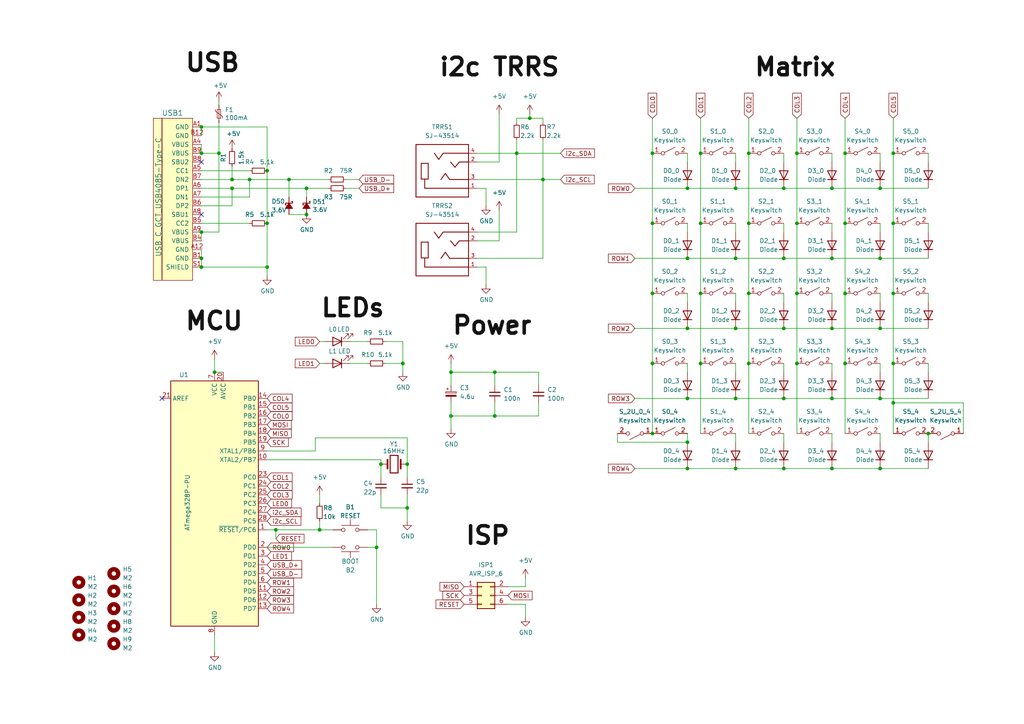
<source format=kicad_sch>
(kicad_sch (version 20250114) (generator "eeschema") (generator_version "9.0")
  (paper "A4")
  (junction (at 241.3 74.93))
  (junction (at 227.33 54.61))
  (junction (at 110.49 134.62))
  (junction (at 241.3 54.61))
  (junction (at 259.08 105.41))
  (junction (at 213.36 135.89))
  (junction (at 199.39 74.93))
  (junction (at 213.36 115.57))
  (junction (at 92.71 153.67))
  (junction (at 189.23 125.73))
  (junction (at 255.27 115.57))
  (junction (at 83.82 52.07))
  (junction (at 231.14 105.41))
  (junction (at 157.48 52.07))
  (junction (at 58.42 74.93))
  (junction (at 255.27 95.25))
  (junction (at 58.42 36.83))
  (junction (at 227.33 115.57))
  (junction (at 199.39 128.27))
  (junction (at 58.42 44.45))
  (junction (at 241.3 135.89))
  (junction (at 153.67 34.29))
  (junction (at 217.17 44.45))
  (junction (at 231.14 44.45))
  (junction (at 217.17 85.09))
  (junction (at 259.08 44.45))
  (junction (at 116.84 105.41))
  (junction (at 231.14 64.77))
  (junction (at 67.31 54.61))
  (junction (at 255.27 54.61))
  (junction (at 227.33 135.89))
  (junction (at 259.08 116.84))
  (junction (at 77.47 77.47))
  (junction (at 80.01 153.67))
  (junction (at 189.23 64.77))
  (junction (at 199.39 135.89))
  (junction (at 203.2 44.45))
  (junction (at 118.11 147.32))
  (junction (at 77.47 64.77))
  (junction (at 217.17 64.77))
  (junction (at 130.81 120.65))
  (junction (at 213.36 95.25))
  (junction (at 203.2 105.41))
  (junction (at 241.3 115.57))
  (junction (at 62.23 107.95))
  (junction (at 58.42 77.47))
  (junction (at 213.36 54.61))
  (junction (at 67.31 52.07))
  (junction (at 245.11 105.41))
  (junction (at 245.11 44.45))
  (junction (at 109.22 158.75))
  (junction (at 259.08 64.77))
  (junction (at 203.2 85.09))
  (junction (at 72.39 52.07))
  (junction (at 217.17 105.41))
  (junction (at 149.86 44.45))
  (junction (at 77.47 49.53))
  (junction (at 130.81 107.95))
  (junction (at 88.9 62.23))
  (junction (at 58.42 67.31))
  (junction (at 213.36 74.93))
  (junction (at 227.33 95.25))
  (junction (at 259.08 85.09))
  (junction (at 88.9 54.61))
  (junction (at 63.5 44.45))
  (junction (at 231.14 85.09))
  (junction (at 118.11 134.62))
  (junction (at 203.2 64.77))
  (junction (at 199.39 115.57))
  (junction (at 255.27 74.93))
  (junction (at 255.27 135.89))
  (junction (at 143.51 107.95))
  (junction (at 241.3 95.25))
  (junction (at 245.11 64.77))
  (junction (at 189.23 85.09))
  (junction (at 199.39 95.25))
  (junction (at 143.51 120.65))
  (junction (at 245.11 85.09))
  (junction (at 227.33 74.93))
  (junction (at 189.23 44.45))
  (junction (at 189.23 105.41))
  (junction (at 199.39 54.61))
  (junction (at 269.24 125.73))
  (no_connect (at 58.42 62.23))
  (no_connect (at 58.42 46.99))
  (no_connect (at 46.99 115.57))
  (wire (pts (xy 156.21 116.84) (xy 156.21 120.65)))
  (wire (pts (xy 77.47 36.83) (xy 77.47 49.53)))
  (wire (pts (xy 110.49 134.62) (xy 110.49 138.43)))
  (wire (pts (xy 72.39 52.07) (xy 83.82 52.07)))
  (wire (pts (xy 203.2 44.45) (xy 203.2 64.77)))
  (wire (pts (xy 189.23 64.77) (xy 189.23 85.09)))
  (wire (pts (xy 241.3 95.25) (xy 255.27 95.25)))
  (wire (pts (xy 92.71 105.41) (xy 93.98 105.41)))
  (wire (pts (xy 213.36 115.57) (xy 227.33 115.57)))
  (wire (pts (xy 92.71 151.13) (xy 92.71 153.67)))
  (wire (pts (xy 138.43 69.85) (xy 144.78 69.85)))
  (wire (pts (xy 130.81 120.65) (xy 143.51 120.65)))
  (wire (pts (xy 138.43 54.61) (xy 140.97 54.61)))
  (wire (pts (xy 106.68 158.75) (xy 109.22 158.75)))
  (wire (pts (xy 152.4 175.26) (xy 152.4 179.07)))
  (wire (pts (xy 118.11 147.32) (xy 118.11 151.13)))
  (wire (pts (xy 217.17 64.77) (xy 217.17 85.09)))
  (wire (pts (xy 227.33 115.57) (xy 241.3 115.57)))
  (wire (pts (xy 92.71 143.51) (xy 92.71 146.05)))
  (wire (pts (xy 227.33 85.09) (xy 227.33 87.63)))
  (wire (pts (xy 241.3 115.57) (xy 255.27 115.57)))
  (wire (pts (xy 259.08 85.09) (xy 259.08 105.41)))
  (wire (pts (xy 67.31 48.26) (xy 67.31 52.07)))
  (wire (pts (xy 101.6 105.41) (xy 106.68 105.41)))
  (wire (pts (xy 147.32 175.26) (xy 152.4 175.26)))
  (wire (pts (xy 100.33 54.61) (xy 104.14 54.61)))
  (wire (pts (xy 77.47 158.75) (xy 96.52 158.75)))
  (wire (pts (xy 184.15 54.61) (xy 199.39 54.61)))
  (wire (pts (xy 63.5 29.21) (xy 63.5 30.48)))
  (wire (pts (xy 255.27 85.09) (xy 255.27 87.63)))
  (wire (pts (xy 213.36 95.25) (xy 227.33 95.25)))
  (wire (pts (xy 58.42 39.37) (xy 58.42 36.83)))
  (wire (pts (xy 63.5 67.31) (xy 58.42 67.31)))
  (wire (pts (xy 184.15 135.89) (xy 199.39 135.89)))
  (wire (pts (xy 259.08 105.41) (xy 259.08 116.84)))
  (wire (pts (xy 67.31 54.61) (xy 67.31 59.69)))
  (wire (pts (xy 157.48 40.64) (xy 157.48 52.07)))
  (wire (pts (xy 77.47 64.77) (xy 77.47 77.47)))
  (wire (pts (xy 213.36 135.89) (xy 227.33 135.89)))
  (wire (pts (xy 109.22 158.75) (xy 109.22 175.26)))
  (wire (pts (xy 147.32 170.18) (xy 152.4 170.18)))
  (wire (pts (xy 111.76 99.06) (xy 116.84 99.06)))
  (wire (pts (xy 157.48 52.07) (xy 162.56 52.07)))
  (wire (pts (xy 241.3 64.77) (xy 241.3 67.31)))
  (wire (pts (xy 184.15 115.57) (xy 199.39 115.57)))
  (wire (pts (xy 217.17 105.41) (xy 217.17 125.73)))
  (wire (pts (xy 83.82 62.23) (xy 88.9 62.23)))
  (wire (pts (xy 245.11 64.77) (xy 245.11 85.09)))
  (wire (pts (xy 92.71 153.67) (xy 96.52 153.67)))
  (wire (pts (xy 143.51 116.84) (xy 143.51 120.65)))
  (wire (pts (xy 259.08 116.84) (xy 279.4 116.84)))
  (wire (pts (xy 157.48 34.29) (xy 157.48 35.56)))
  (wire (pts (xy 116.84 105.41) (xy 116.84 107.95)))
  (wire (pts (xy 58.42 69.85) (xy 58.42 67.31)))
  (wire (pts (xy 157.48 52.07) (xy 138.43 52.07)))
  (wire (pts (xy 63.5 44.45) (xy 63.5 67.31)))
  (wire (pts (xy 217.17 85.09) (xy 217.17 105.41)))
  (wire (pts (xy 231.14 64.77) (xy 231.14 85.09)))
  (wire (pts (xy 58.42 41.91) (xy 58.42 44.45)))
  (wire (pts (xy 100.33 52.07) (xy 104.14 52.07)))
  (wire (pts (xy 67.31 59.69) (xy 58.42 59.69)))
  (wire (pts (xy 241.3 85.09) (xy 241.3 87.63)))
  (wire (pts (xy 130.81 105.41) (xy 130.81 107.95)))
  (wire (pts (xy 213.36 64.77) (xy 213.36 67.31)))
  (wire (pts (xy 199.39 64.77) (xy 199.39 67.31)))
  (wire (pts (xy 162.56 44.45) (xy 149.86 44.45)))
  (wire (pts (xy 184.15 74.93) (xy 199.39 74.93)))
  (wire (pts (xy 83.82 52.07) (xy 95.25 52.07)))
  (wire (pts (xy 72.39 57.15) (xy 72.39 52.07)))
  (wire (pts (xy 149.86 40.64) (xy 149.86 44.45)))
  (wire (pts (xy 118.11 127) (xy 118.11 134.62)))
  (wire (pts (xy 227.33 64.77) (xy 227.33 67.31)))
  (wire (pts (xy 213.36 54.61) (xy 227.33 54.61)))
  (wire (pts (xy 80.01 153.67) (xy 92.71 153.67)))
  (wire (pts (xy 143.51 120.65) (xy 156.21 120.65)))
  (wire (pts (xy 227.33 135.89) (xy 241.3 135.89)))
  (wire (pts (xy 77.47 49.53) (xy 77.47 64.77)))
  (wire (pts (xy 153.67 34.29) (xy 153.67 33.02)))
  (wire (pts (xy 130.81 116.84) (xy 130.81 120.65)))
  (wire (pts (xy 213.36 105.41) (xy 213.36 107.95)))
  (wire (pts (xy 203.2 105.41) (xy 203.2 125.73)))
  (wire (pts (xy 62.23 107.95) (xy 64.77 107.95)))
  (wire (pts (xy 116.84 99.06) (xy 116.84 105.41)))
  (wire (pts (xy 199.39 85.09) (xy 199.39 87.63)))
  (wire (pts (xy 62.23 184.15) (xy 62.23 189.23)))
  (wire (pts (xy 255.27 64.77) (xy 255.27 67.31)))
  (wire (pts (xy 92.71 99.06) (xy 93.98 99.06)))
  (wire (pts (xy 140.97 54.61) (xy 140.97 59.69)))
  (wire (pts (xy 189.23 44.45) (xy 189.23 64.77)))
  (wire (pts (xy 138.43 67.31) (xy 149.86 67.31)))
  (wire (pts (xy 77.47 153.67) (xy 80.01 153.67)))
  (wire (pts (xy 269.24 44.45) (xy 269.24 46.99)))
  (wire (pts (xy 143.51 107.95) (xy 143.51 111.76)))
  (wire (pts (xy 157.48 74.93) (xy 157.48 52.07)))
  (wire (pts (xy 269.24 105.41) (xy 269.24 107.95)))
  (wire (pts (xy 189.23 34.29) (xy 189.23 44.45)))
  (wire (pts (xy 269.24 64.77) (xy 269.24 67.31)))
  (wire (pts (xy 199.39 105.41) (xy 199.39 107.95)))
  (wire (pts (xy 157.48 34.29) (xy 153.67 34.29)))
  (wire (pts (xy 106.68 153.67) (xy 109.22 153.67)))
  (wire (pts (xy 241.3 44.45) (xy 241.3 46.99)))
  (wire (pts (xy 231.14 44.45) (xy 231.14 64.77)))
  (wire (pts (xy 203.2 64.77) (xy 203.2 85.09)))
  (wire (pts (xy 179.07 128.27) (xy 199.39 128.27)))
  (wire (pts (xy 227.33 95.25) (xy 241.3 95.25)))
  (wire (pts (xy 118.11 127) (xy 91.44 127)))
  (wire (pts (xy 217.17 44.45) (xy 217.17 64.77)))
  (wire (pts (xy 101.6 99.06) (xy 106.68 99.06)))
  (wire (pts (xy 77.47 133.35) (xy 110.49 133.35)))
  (wire (pts (xy 63.5 35.56) (xy 63.5 44.45)))
  (wire (pts (xy 58.42 72.39) (xy 58.42 74.93)))
  (wire (pts (xy 58.42 44.45) (xy 63.5 44.45)))
  (wire (pts (xy 80.01 153.67) (xy 80.01 156.21)))
  (wire (pts (xy 255.27 135.89) (xy 269.24 135.89)))
  (wire (pts (xy 91.44 127) (xy 91.44 130.81)))
  (wire (pts (xy 149.86 34.29) (xy 149.86 35.56)))
  (wire (pts (xy 67.31 52.07) (xy 72.39 52.07)))
  (wire (pts (xy 72.39 64.77) (xy 58.42 64.77)))
  (wire (pts (xy 231.14 34.29) (xy 231.14 44.45)))
  (wire (pts (xy 245.11 34.29) (xy 245.11 44.45)))
  (wire (pts (xy 255.27 105.41) (xy 255.27 107.95)))
  (wire (pts (xy 213.36 125.73) (xy 213.36 128.27)))
  (wire (pts (xy 241.3 54.61) (xy 255.27 54.61)))
  (wire (pts (xy 227.33 74.93) (xy 241.3 74.93)))
  (wire (pts (xy 67.31 54.61) (xy 88.9 54.61)))
  (wire (pts (xy 189.23 105.41) (xy 189.23 125.73)))
  (wire (pts (xy 199.39 128.27) (xy 199.39 125.73)))
  (wire (pts (xy 152.4 170.18) (xy 152.4 167.64)))
  (wire (pts (xy 110.49 133.35) (xy 110.49 134.62)))
  (wire (pts (xy 58.42 52.07) (xy 67.31 52.07)))
  (wire (pts (xy 111.76 105.41) (xy 116.84 105.41)))
  (wire (pts (xy 255.27 44.45) (xy 255.27 46.99)))
  (wire (pts (xy 199.39 95.25) (xy 213.36 95.25)))
  (wire (pts (xy 199.39 44.45) (xy 199.39 46.99)))
  (wire (pts (xy 140.97 77.47) (xy 140.97 82.55)))
  (wire (pts (xy 203.2 34.29) (xy 203.2 44.45)))
  (wire (pts (xy 199.39 135.89) (xy 213.36 135.89)))
  (wire (pts (xy 255.27 95.25) (xy 269.24 95.25)))
  (wire (pts (xy 199.39 54.61) (xy 213.36 54.61)))
  (wire (pts (xy 255.27 115.57) (xy 269.24 115.57)))
  (wire (pts (xy 227.33 54.61) (xy 241.3 54.61)))
  (wire (pts (xy 58.42 36.83) (xy 77.47 36.83)))
  (wire (pts (xy 149.86 34.29) (xy 153.67 34.29)))
  (wire (pts (xy 199.39 74.93) (xy 213.36 74.93)))
  (wire (pts (xy 245.11 85.09) (xy 245.11 105.41)))
  (wire (pts (xy 138.43 74.93) (xy 157.48 74.93)))
  (wire (pts (xy 144.78 46.99) (xy 144.78 33.02)))
  (wire (pts (xy 241.3 74.93) (xy 255.27 74.93)))
  (wire (pts (xy 144.78 69.85) (xy 144.78 60.96)))
  (wire (pts (xy 245.11 44.45) (xy 245.11 64.77)))
  (wire (pts (xy 118.11 134.62) (xy 118.11 138.43)))
  (wire (pts (xy 58.42 77.47) (xy 77.47 77.47)))
  (wire (pts (xy 58.42 74.93) (xy 58.42 77.47)))
  (wire (pts (xy 138.43 77.47) (xy 140.97 77.47)))
  (wire (pts (xy 118.11 143.51) (xy 118.11 147.32)))
  (wire (pts (xy 255.27 125.73) (xy 255.27 128.27)))
  (wire (pts (xy 259.08 44.45) (xy 259.08 64.77)))
  (wire (pts (xy 110.49 143.51) (xy 110.49 147.32)))
  (wire (pts (xy 269.24 125.73) (xy 269.24 128.27)))
  (wire (pts (xy 130.81 107.95) (xy 130.81 111.76)))
  (wire (pts (xy 149.86 67.31) (xy 149.86 44.45)))
  (wire (pts (xy 138.43 46.99) (xy 144.78 46.99)))
  (wire (pts (xy 231.14 85.09) (xy 231.14 105.41)))
  (wire (pts (xy 259.08 64.77) (xy 259.08 85.09)))
  (wire (pts (xy 149.86 44.45) (xy 138.43 44.45)))
  (wire (pts (xy 58.42 57.15) (xy 72.39 57.15)))
  (wire (pts (xy 179.07 125.73) (xy 179.07 128.27)))
  (wire (pts (xy 255.27 74.93) (xy 269.24 74.93)))
  (wire (pts (xy 231.14 105.41) (xy 231.14 125.73)))
  (wire (pts (xy 62.23 104.14) (xy 62.23 107.95)))
  (wire (pts (xy 77.47 77.47) (xy 77.47 80.01)))
  (wire (pts (xy 156.21 111.76) (xy 156.21 107.95)))
  (wire (pts (xy 110.49 147.32) (xy 118.11 147.32)))
  (wire (pts (xy 227.33 125.73) (xy 227.33 128.27)))
  (wire (pts (xy 199.39 115.57) (xy 213.36 115.57)))
  (wire (pts (xy 227.33 105.41) (xy 227.33 107.95)))
  (wire (pts (xy 279.4 116.84) (xy 279.4 125.73)))
  (wire (pts (xy 227.33 44.45) (xy 227.33 46.99)))
  (wire (pts (xy 213.36 74.93) (xy 227.33 74.93)))
  (wire (pts (xy 241.3 105.41) (xy 241.3 107.95)))
  (wire (pts (xy 109.22 153.67) (xy 109.22 158.75)))
  (wire (pts (xy 58.42 49.53) (xy 72.39 49.53)))
  (wire (pts (xy 241.3 135.89) (xy 255.27 135.89)))
  (wire (pts (xy 143.51 107.95) (xy 156.21 107.95)))
  (wire (pts (xy 83.82 57.15) (xy 83.82 52.07)))
  (wire (pts (xy 245.11 105.41) (xy 245.11 125.73)))
  (wire (pts (xy 217.17 34.29) (xy 217.17 44.45)))
  (wire (pts (xy 130.81 120.65) (xy 130.81 124.46)))
  (wire (pts (xy 189.23 85.09) (xy 189.23 105.41)))
  (wire (pts (xy 184.15 95.25) (xy 199.39 95.25)))
  (wire (pts (xy 241.3 125.73) (xy 241.3 128.27)))
  (wire (pts (xy 203.2 85.09) (xy 203.2 105.41)))
  (wire (pts (xy 269.24 85.09) (xy 269.24 87.63)))
  (wire (pts (xy 259.08 116.84) (xy 259.08 125.73)))
  (wire (pts (xy 213.36 85.09) (xy 213.36 87.63)))
  (wire (pts (xy 88.9 57.15) (xy 88.9 54.61)))
  (wire (pts (xy 58.42 54.61) (xy 67.31 54.61)))
  (wire (pts (xy 95.25 54.61) (xy 88.9 54.61)))
  (wire (pts (xy 91.44 130.81) (xy 77.47 130.81)))
  (wire (pts (xy 259.08 34.29) (xy 259.08 44.45)))
  (wire (pts (xy 255.27 54.61) (xy 269.24 54.61)))
  (wire (pts (xy 130.81 107.95) (xy 143.51 107.95)))
  (wire (pts (xy 213.36 44.45) (xy 213.36 46.99)))
  (label "i2c TRRS" (at 127 24.13 0) (effects (font (size 5.08 5.08) (thickness 1.016) (bold yes))))
  (label "Power" (at 130.81 99.06 0) (effects (font (size 5.08 5.08) (thickness 1.016) (bold yes))))
  (label "LEDs" (at 92.71 93.98 0) (effects (font (size 5.08 5.08) (thickness 1.016) (bold yes))))
  (label "Matrix" (at 218.44 24.13 0) (effects (font (size 5.08 5.08) (thickness 1.016) (bold yes))))
  (label "MCU" (at 53.34 97.79 0) (effects (font (size 5.08 5.08) (thickness 1.016) (bold yes))))
  (label "ISP" (at 134.62 160.02 0) (effects (font (size 5.08 5.08) (thickness 1.016) (bold yes))))
  (label "USB" (at 53.34 22.86 0) (effects (font (size 5.08 5.08) (thickness 1.016) (bold yes))))
  (global_label "LED0" (shape input) (at 92.71 99.06 180) (property "Intersheetrefs" "${INTERSHEET_REFS}" (effects (hide yes))))
  (global_label "COL2" (shape input) (at 217.17 34.29 90) (property "Intersheetrefs" "${INTERSHEET_REFS}" (effects (hide yes))))
  (global_label "USB_D-" (shape input) (at 77.47 166.37 0) (property "Intersheetrefs" "${INTERSHEET_REFS}" (effects (hide yes))))
  (global_label "ROW1" (shape input) (at 184.15 74.93 180) (property "Intersheetrefs" "${INTERSHEET_REFS}" (effects (hide yes))))
  (global_label "ROW2" (shape input) (at 184.15 95.25 180) (property "Intersheetrefs" "${INTERSHEET_REFS}" (effects (hide yes))))
  (global_label "ROW3" (shape input) (at 77.47 173.99 0) (property "Intersheetrefs" "${INTERSHEET_REFS}" (effects (hide yes))))
  (global_label "COL3" (shape input) (at 77.47 143.51 0) (property "Intersheetrefs" "${INTERSHEET_REFS}" (effects (hide yes))))
  (global_label "SCK" (shape input) (at 134.62 172.72 180) (property "Intersheetrefs" "${INTERSHEET_REFS}" (effects (hide yes))))
  (global_label "SCK" (shape input) (at 77.47 128.27 0) (property "Intersheetrefs" "${INTERSHEET_REFS}" (effects (hide yes))))
  (global_label "USB_D-" (shape input) (at 104.14 52.07 0) (property "Intersheetrefs" "${INTERSHEET_REFS}" (effects (hide yes))))
  (global_label "i2c_SDA" (shape input) (at 77.47 148.59 0) (property "Intersheetrefs" "${INTERSHEET_REFS}" (effects (hide yes))))
  (global_label "i2c_SCL" (shape input) (at 162.56 52.07 0) (property "Intersheetrefs" "${INTERSHEET_REFS}" (effects (hide yes))))
  (global_label "LED0" (shape input) (at 77.47 146.05 0) (property "Intersheetrefs" "${INTERSHEET_REFS}" (effects (hide yes))))
  (global_label "MISO" (shape input) (at 77.47 125.73 0) (property "Intersheetrefs" "${INTERSHEET_REFS}" (effects (hide yes))))
  (global_label "LED1" (shape input) (at 77.47 161.29 0) (property "Intersheetrefs" "${INTERSHEET_REFS}" (effects (hide yes))))
  (global_label "USB_D+" (shape input) (at 77.47 163.83 0) (property "Intersheetrefs" "${INTERSHEET_REFS}" (effects (hide yes))))
  (global_label "ROW0" (shape input) (at 184.15 54.61 180) (property "Intersheetrefs" "${INTERSHEET_REFS}" (effects (hide yes))))
  (global_label "ROW4" (shape input) (at 77.47 176.53 0) (property "Intersheetrefs" "${INTERSHEET_REFS}" (effects (hide yes))))
  (global_label "i2c_SDA" (shape input) (at 162.56 44.45 0) (property "Intersheetrefs" "${INTERSHEET_REFS}" (effects (hide yes))))
  (global_label "ROW1" (shape input) (at 77.47 168.91 0) (property "Intersheetrefs" "${INTERSHEET_REFS}" (effects (hide yes))))
  (global_label "RESET" (shape input) (at 80.01 156.21 0) (property "Intersheetrefs" "${INTERSHEET_REFS}" (effects (hide yes))))
  (global_label "COL4" (shape input) (at 77.47 115.57 0) (property "Intersheetrefs" "${INTERSHEET_REFS}" (effects (hide yes))))
  (global_label "ROW0" (shape input) (at 77.47 158.75 0) (property "Intersheetrefs" "${INTERSHEET_REFS}" (effects (hide yes))))
  (global_label "RESET" (shape input) (at 134.62 175.26 180) (property "Intersheetrefs" "${INTERSHEET_REFS}" (effects (hide yes))))
  (global_label "i2c_SCL" (shape input) (at 77.47 151.13 0) (property "Intersheetrefs" "${INTERSHEET_REFS}" (effects (hide yes))))
  (global_label "COL0" (shape input) (at 189.23 34.29 90) (property "Intersheetrefs" "${INTERSHEET_REFS}" (effects (hide yes))))
  (global_label "ROW2" (shape input) (at 77.47 171.45 0) (property "Intersheetrefs" "${INTERSHEET_REFS}" (effects (hide yes))))
  (global_label "MISO" (shape input) (at 134.62 170.18 180) (property "Intersheetrefs" "${INTERSHEET_REFS}" (effects (hide yes))))
  (global_label "COL5" (shape input) (at 77.47 118.11 0) (property "Intersheetrefs" "${INTERSHEET_REFS}" (effects (hide yes))))
  (global_label "MOSI" (shape input) (at 77.47 123.19 0) (property "Intersheetrefs" "${INTERSHEET_REFS}" (effects (hide yes))))
  (global_label "LED1" (shape input) (at 92.71 105.41 180) (property "Intersheetrefs" "${INTERSHEET_REFS}" (effects (hide yes))))
  (global_label "COL1" (shape input) (at 203.2 34.29 90) (property "Intersheetrefs" "${INTERSHEET_REFS}" (effects (hide yes))))
  (global_label "COL2" (shape input) (at 77.47 140.97 0) (property "Intersheetrefs" "${INTERSHEET_REFS}" (effects (hide yes))))
  (global_label "COL4" (shape input) (at 245.11 34.29 90) (property "Intersheetrefs" "${INTERSHEET_REFS}" (effects (hide yes))))
  (global_label "MOSI" (shape input) (at 147.32 172.72 0) (property "Intersheetrefs" "${INTERSHEET_REFS}" (effects (hide yes))))
  (global_label "COL1" (shape input) (at 77.47 138.43 0) (property "Intersheetrefs" "${INTERSHEET_REFS}" (effects (hide yes))))
  (global_label "COL0" (shape input) (at 77.47 120.65 0) (property "Intersheetrefs" "${INTERSHEET_REFS}" (effects (hide yes))))
  (global_label "ROW3" (shape input) (at 184.15 115.57 180) (property "Intersheetrefs" "${INTERSHEET_REFS}" (effects (hide yes))))
  (global_label "COL3" (shape input) (at 231.14 34.29 90) (property "Intersheetrefs" "${INTERSHEET_REFS}" (effects (hide yes))))
  (global_label "ROW4" (shape input) (at 184.15 135.89 180) (property "Intersheetrefs" "${INTERSHEET_REFS}" (effects (hide yes))))
  (global_label "USB_D+" (shape input) (at 104.14 54.61 0) (property "Intersheetrefs" "${INTERSHEET_REFS}" (effects (hide yes))))
  (global_label "COL5" (shape input) (at 259.08 34.29 90) (property "Intersheetrefs" "${INTERSHEET_REFS}" (effects (hide yes))))
  (symbol (lib_id "torn_left-rescue:D_Schottky_Small_ALT-Device") (at 88.9 59.69 270) (unit 1)
    (property "Reference" "D51" (at 90.6272 58.5216 90) (effects (justify left)))
    (property "Value" "3.6V" (at 90.6272 60.833 90) (effects (justify left)))
    (property "Footprint" "herringbone:D_DO-35_SOD27_P5.08mm_Horizontal" (effects (hide yes)))
  )
  (symbol (lib_id "torn_left-rescue:D_Schottky_Small_ALT-Device") (at 83.82 59.69 270) (unit 1)
    (property "Reference" "D50" (at 78.74 58.42 90) (effects (justify left)))
    (property "Value" "3.6V" (at 78.74 60.96 90) (effects (justify left)))
    (property "Footprint" "herringbone:D_DO-35_SOD27_P5.08mm_Horizontal" (effects (hide yes)))
  )
  (symbol (lib_id "torn_left-rescue:GND-power") (at 77.47 80.01 0) (unit 1)
    (property "Reference" "#PWR07" (effects (hide yes)))
    (property "Value" "GND" (at 77.597 84.4042 0))
  )
  (symbol (lib_id "torn_left-rescue:GND-power") (at 88.9 62.23 0) (unit 1)
    (property "Reference" "#PWR08" (effects (hide yes)))
    (property "Value" "GND" (at 89.027 66.6242 0))
  )
  (symbol (lib_id "Device:R_Small") (at 67.31 45.72 180) (unit 1)
    (property "Reference" "R1" (at 64.77 45.72 90))
    (property "Value" "1.5k" (at 69.977 45.72 90))
    (property "Footprint" "herringbone:R_Axial_DIN0204_L3.6mm_D1.6mm_P5.08mm_Horizontal" (effects (hide yes)))
  )
  (symbol (lib_id "torn_left-rescue:+5V-power") (at 67.31 43.18 0) (unit 1)
    (property "Reference" "#PWR01" (effects (hide yes)))
    (property "Value" "+5V" (at 67.691 38.7858 0))
  )
  (symbol (lib_id "Device:Polyfuse_Small") (at 63.5 33.02 180) (unit 1)
    (property "Reference" "F1" (at 65.2272 31.8516 0) (effects (justify right)))
    (property "Value" "100mA" (at 65.2272 34.163 0) (effects (justify right)))
    (property "Footprint" "herringbone:polyfuse_5.1mm" (effects (hide yes)))
  )
  (symbol (lib_id "torn_left-rescue:+5V-power") (at 63.5 29.21 0) (unit 1)
    (property "Reference" "#PWR02" (effects (hide yes)))
    (property "Value" "+5V" (at 63.881 24.8158 0))
  )
  (symbol (lib_id "Device:R_Small") (at 97.79 52.07 270) (unit 1)
    (property "Reference" "R2" (at 95.25 49.53 90))
    (property "Value" "75R" (at 100.33 49.53 90))
    (property "Footprint" "herringbone:R_Axial_DIN0204_L3.6mm_D1.6mm_P5.08mm_Horizontal" (effects (hide yes)))
  )
  (symbol (lib_id "Device:R_Small") (at 97.79 54.61 270) (unit 1)
    (property "Reference" "R3" (at 95.25 57.15 90))
    (property "Value" "75R" (at 100.33 57.15 90))
    (property "Footprint" "herringbone:R_Axial_DIN0204_L3.6mm_D1.6mm_P5.08mm_Horizontal" (effects (hide yes)))
  )
  (symbol (lib_id "torn_left-rescue:USB_C_GCT_USB4085-Type-C-usb_c_gct_usb4085-type-c") (at 55.88 55.88 0) (unit 1)
    (property "Reference" "USB1" (at 50.038 32.766 0) (effects (font (size 1.524 1.524))))
    (property "Value" "USB_C_GCT_USB4085-Type-C" (at 45.974 57.15 90) (effects (font (size 1.524 1.524))))
    (property "Footprint" "herringbone:USB_C_GCT_USB4085" (effects (hide yes)))
  )
  (symbol (lib_id "Device:R_Small") (at 74.93 64.77 270) (unit 1)
    (property "Reference" "R5" (at 72.39 62.23 90))
    (property "Value" "5.1k" (at 77.47 62.23 90))
    (property "Footprint" "herringbone:R_Axial_DIN0204_L3.6mm_D1.6mm_P5.08mm_Horizontal" (effects (hide yes)))
  )
  (symbol (lib_id "Device:R_Small") (at 74.93 49.53 270) (unit 1)
    (property "Reference" "R4" (at 72.39 46.99 90))
    (property "Value" "5.1k" (at 77.47 46.99 90))
    (property "Footprint" "herringbone:R_Axial_DIN0204_L3.6mm_D1.6mm_P5.08mm_Horizontal" (effects (hide yes)))
  )
  (symbol (lib_id "Device:D") (at 241.3 91.44 90) (unit 1)
    (property "Reference" "D3_2" (at 234.188 90.17 90) (effects (justify right)))
    (property "Value" "Diode" (at 234.188 92.71 90) (effects (justify right)))
    (property "Footprint" "herringbone:D_DO-35_SOD27_P5.08mm_Horizontal" (effects (hide yes)))
    (property "Description" "Diode" (effects (hide yes)))
    (property "Sim.Device" "D" (effects (hide yes)))
    (property "Sim.Pins" "1=K 2=A" (effects (hide yes)))
  )
  (symbol (lib_id "Switch:SW_SPST") (at 194.31 64.77 0) (unit 1)
    (property "Reference" "S0_1" (at 194.31 58.42 0))
    (property "Value" "Keyswitch" (at 194.31 60.96 0))
    (property "Footprint" "PCM_Switch_Keyboard_Hotswap_Kailh:SW_Hotswap_Kailh_MX_1.00u" (effects (hide yes)))
    (property "Description" "Single Pole Single Throw (SPST) switch" (effects (hide yes)))
  )
  (symbol (lib_id "Switch:SW_SPST") (at 264.16 64.77 0) (unit 1)
    (property "Reference" "S5_1" (at 264.16 58.42 0))
    (property "Value" "Keyswitch" (at 264.16 60.96 0))
    (property "Footprint" "PCM_Switch_Keyboard_Hotswap_Kailh:SW_Hotswap_Kailh_MX_1.00u" (effects (hide yes)))
    (property "Description" "Single Pole Single Throw (SPST) switch" (effects (hide yes)))
  )
  (symbol (lib_id "Device:D") (at 199.39 91.44 90) (unit 1)
    (property "Reference" "D0_2" (at 192.278 90.17 90) (effects (justify right)))
    (property "Value" "Diode" (at 192.278 92.71 90) (effects (justify right)))
    (property "Footprint" "herringbone:D_DO-35_SOD27_P5.08mm_Horizontal" (effects (hide yes)))
    (property "Description" "Diode" (effects (hide yes)))
    (property "Sim.Device" "D" (effects (hide yes)))
    (property "Sim.Pins" "1=K 2=A" (effects (hide yes)))
  )
  (symbol (lib_id "Switch:SW_SPST") (at 208.28 64.77 0) (unit 1)
    (property "Reference" "S1_1" (at 208.28 58.42 0))
    (property "Value" "Keyswitch" (at 208.28 60.96 0))
    (property "Footprint" "PCM_Switch_Keyboard_Hotswap_Kailh:SW_Hotswap_Kailh_MX_1.00u" (effects (hide yes)))
    (property "Description" "Single Pole Single Throw (SPST) switch" (effects (hide yes)))
  )
  (symbol (lib_id "Device:D") (at 269.24 91.44 90) (unit 1)
    (property "Reference" "D5_2" (at 262.128 90.17 90) (effects (justify right)))
    (property "Value" "Diode" (at 262.128 92.71 90) (effects (justify right)))
    (property "Footprint" "herringbone:D_DO-35_SOD27_P5.08mm_Horizontal" (effects (hide yes)))
    (property "Description" "Diode" (effects (hide yes)))
    (property "Sim.Device" "D" (effects (hide yes)))
    (property "Sim.Pins" "1=K 2=A" (effects (hide yes)))
  )
  (symbol (lib_id "Device:C_Polarized_Small") (at 130.81 114.3 0) (unit 1)
    (property "Reference" "C3" (at 133.35 112.4838 0) (effects (justify left)))
    (property "Value" "4.6u" (at 133.35 115.0238 0) (effects (justify left)))
    (property "Footprint" "Capacitor_THT:CP_Radial_D4.0mm_P1.50mm" (effects (hide yes)))
    (property "Description" "Polarized capacitor, small symbol" (effects (hide yes)))
  )
  (symbol (lib_id "Device:D") (at 241.3 132.08 90) (unit 1)
    (property "Reference" "D3_4" (at 234.188 130.81 90) (effects (justify right)))
    (property "Value" "Diode" (at 234.188 133.35 90) (effects (justify right)))
    (property "Footprint" "herringbone:D_DO-35_SOD27_P5.08mm_Horizontal" (effects (hide yes)))
    (property "Description" "Diode" (effects (hide yes)))
    (property "Sim.Device" "D" (effects (hide yes)))
    (property "Sim.Pins" "1=K 2=A" (effects (hide yes)))
  )
  (symbol (lib_id "Device:D") (at 213.36 132.08 90) (unit 1)
    (property "Reference" "D1_4" (at 206.248 130.81 90) (effects (justify right)))
    (property "Value" "Diode" (at 206.248 133.35 90) (effects (justify right)))
    (property "Footprint" "herringbone:D_DO-35_SOD27_P5.08mm_Horizontal" (effects (hide yes)))
    (property "Description" "Diode" (effects (hide yes)))
    (property "Sim.Device" "D" (effects (hide yes)))
    (property "Sim.Pins" "1=K 2=A" (effects (hide yes)))
  )
  (symbol (lib_id "Switch:SW_SPST") (at 208.28 44.45 0) (unit 1)
    (property "Reference" "S1_0" (at 208.28 38.1 0))
    (property "Value" "Keyswitch" (at 208.28 40.64 0))
    (property "Footprint" "PCM_Switch_Keyboard_Hotswap_Kailh:SW_Hotswap_Kailh_MX_1.00u" (effects (hide yes)))
    (property "Description" "Single Pole Single Throw (SPST) switch" (effects (hide yes)))
  )
  (symbol (lib_id "Device:D") (at 255.27 50.8 90) (unit 1)
    (property "Reference" "D4_0" (at 248.158 49.53 90) (effects (justify right)))
    (property "Value" "Diode" (at 248.158 52.07 90) (effects (justify right)))
    (property "Footprint" "herringbone:D_DO-35_SOD27_P5.08mm_Horizontal" (effects (hide yes)))
    (property "Description" "Diode" (effects (hide yes)))
    (property "Sim.Device" "D" (effects (hide yes)))
    (property "Sim.Pins" "1=K 2=A" (effects (hide yes)))
  )
  (symbol (lib_id "torn_left-rescue:GND-power") (at 140.97 59.69 0) (unit 1)
    (property "Reference" "#PWR018" (effects (hide yes)))
    (property "Value" "GND" (at 141.097 64.0842 0))
  )
  (symbol (lib_id "Switch:SW_SPST") (at 250.19 44.45 0) (unit 1)
    (property "Reference" "S4_0" (at 250.19 38.1 0))
    (property "Value" "Keyswitch" (at 250.19 40.64 0))
    (property "Footprint" "PCM_Switch_Keyboard_Hotswap_Kailh:SW_Hotswap_Kailh_MX_1.00u" (effects (hide yes)))
    (property "Description" "Single Pole Single Throw (SPST) switch" (effects (hide yes)))
  )
  (symbol (lib_id "Device:D") (at 241.3 71.12 90) (unit 1)
    (property "Reference" "D3_1" (at 234.188 69.85 90) (effects (justify right)))
    (property "Value" "Diode" (at 234.188 72.39 90) (effects (justify right)))
    (property "Footprint" "herringbone:D_DO-35_SOD27_P5.08mm_Horizontal" (effects (hide yes)))
    (property "Description" "Diode" (effects (hide yes)))
    (property "Sim.Device" "D" (effects (hide yes)))
    (property "Sim.Pins" "1=K 2=A" (effects (hide yes)))
  )
  (symbol (lib_id "Device:D") (at 269.24 111.76 90) (unit 1)
    (property "Reference" "D5_3" (at 262.128 110.49 90) (effects (justify right)))
    (property "Value" "Diode" (at 262.128 113.03 90) (effects (justify right)))
    (property "Footprint" "herringbone:D_DO-35_SOD27_P5.08mm_Horizontal" (effects (hide yes)))
    (property "Description" "Diode" (effects (hide yes)))
    (property "Sim.Device" "D" (effects (hide yes)))
    (property "Sim.Pins" "1=K 2=A" (effects (hide yes)))
  )
  (symbol (lib_id "footprints:SJ-43514-SJ-43514") (at 128.27 49.53 0) (unit 1)
    (property "Reference" "TRRS1" (at 128.27 36.83 0))
    (property "Value" "SJ-43514" (at 128.27 39.37 0))
    (property "Footprint" "herringbone:CUI_SJ-43514" (effects (hide yes)))
    (property "Datasheet" "1.04" (effects (hide yes)))
    (property "Field5" "MANUFACTURER RECOMMENDATIONS" (effects (hide yes)))
    (property "Field6" "CUI INC" (effects (hide yes)))
  )
  (symbol (lib_id "Switch:SW_Push") (at 101.6 158.75 180) (unit 1)
    (property "Reference" "B2" (at 101.6 165.354 0))
    (property "Value" "BOOT" (at 101.6 162.814 0))
    (property "Footprint" "Button_Switch_THT:SW_PUSH_6mm" (effects (hide yes)))
    (property "Description" "Push button switch, generic, two pins" (effects (hide yes)))
  )
  (symbol (lib_id "Device:D") (at 269.24 50.8 90) (unit 1)
    (property "Reference" "D5_0" (at 262.128 49.53 90) (effects (justify right)))
    (property "Value" "Diode" (at 262.128 52.07 90) (effects (justify right)))
    (property "Footprint" "herringbone:D_DO-35_SOD27_P5.08mm_Horizontal" (effects (hide yes)))
    (property "Description" "Diode" (effects (hide yes)))
    (property "Sim.Device" "D" (effects (hide yes)))
    (property "Sim.Pins" "1=K 2=A" (effects (hide yes)))
  )
  (symbol (lib_id "Mechanical:MountingHole") (at 33.02 166.37 0) (unit 1)
    (property "Reference" "H5" (at 35.56 165.0999 0) (effects (justify left)))
    (property "Value" "M2" (at 35.56 167.6399 0) (effects (justify left)))
    (property "Footprint" "MountingHole:MountingHole_2.2mm_M2_Pad" (effects (hide yes)))
    (property "Description" "Mounting Hole without connection" (effects (hide yes)))
  )
  (symbol (lib_id "Device:D") (at 227.33 111.76 90) (unit 1)
    (property "Reference" "D2_3" (at 220.218 110.49 90) (effects (justify right)))
    (property "Value" "Diode" (at 220.218 113.03 90) (effects (justify right)))
    (property "Footprint" "herringbone:D_DO-35_SOD27_P5.08mm_Horizontal" (effects (hide yes)))
    (property "Description" "Diode" (effects (hide yes)))
    (property "Sim.Device" "D" (effects (hide yes)))
    (property "Sim.Pins" "1=K 2=A" (effects (hide yes)))
  )
  (symbol (lib_id "Switch:SW_SPST") (at 236.22 64.77 0) (unit 1)
    (property "Reference" "S3_1" (at 236.22 58.42 0))
    (property "Value" "Keyswitch" (at 236.22 60.96 0))
    (property "Footprint" "PCM_Switch_Keyboard_Hotswap_Kailh:SW_Hotswap_Kailh_MX_1.00u" (effects (hide yes)))
    (property "Description" "Single Pole Single Throw (SPST) switch" (effects (hide yes)))
  )
  (symbol (lib_id "Device:D") (at 227.33 71.12 90) (unit 1)
    (property "Reference" "D2_1" (at 220.218 69.85 90) (effects (justify right)))
    (property "Value" "Diode" (at 220.218 72.39 90) (effects (justify right)))
    (property "Footprint" "herringbone:D_DO-35_SOD27_P5.08mm_Horizontal" (effects (hide yes)))
    (property "Description" "Diode" (effects (hide yes)))
    (property "Sim.Device" "D" (effects (hide yes)))
    (property "Sim.Pins" "1=K 2=A" (effects (hide yes)))
  )
  (symbol (lib_id "Switch:SW_SPST") (at 208.28 105.41 0) (unit 1)
    (property "Reference" "S1_3" (at 208.28 99.06 0))
    (property "Value" "Keyswitch" (at 208.28 101.6 0))
    (property "Footprint" "PCM_Switch_Keyboard_Hotswap_Kailh:SW_Hotswap_Kailh_MX_1.00u" (effects (hide yes)))
    (property "Description" "Single Pole Single Throw (SPST) switch" (effects (hide yes)))
  )
  (symbol (lib_id "Device:D") (at 241.3 111.76 90) (unit 1)
    (property "Reference" "D3_3" (at 234.188 110.49 90) (effects (justify right)))
    (property "Value" "Diode" (at 234.188 113.03 90) (effects (justify right)))
    (property "Footprint" "herringbone:D_DO-35_SOD27_P5.08mm_Horizontal" (effects (hide yes)))
    (property "Description" "Diode" (effects (hide yes)))
    (property "Sim.Device" "D" (effects (hide yes)))
    (property "Sim.Pins" "1=K 2=A" (effects (hide yes)))
  )
  (symbol (lib_id "Device:C_Small") (at 118.11 140.97 0) (unit 1)
    (property "Reference" "C5" (at 120.65 139.7062 0) (effects (justify left)))
    (property "Value" "22p" (at 120.65 142.2462 0) (effects (justify left)))
    (property "Footprint" "Capacitor_THT:C_Disc_D4.3mm_W1.9mm_P5.00mm" (effects (hide yes)))
    (property "Description" "Unpolarized capacitor, small symbol" (effects (hide yes)))
  )
  (symbol (lib_id "Device:D") (at 213.36 91.44 90) (unit 1)
    (property "Reference" "D1_2" (at 206.248 90.17 90) (effects (justify right)))
    (property "Value" "Diode" (at 206.248 92.71 90) (effects (justify right)))
    (property "Footprint" "herringbone:D_DO-35_SOD27_P5.08mm_Horizontal" (effects (hide yes)))
    (property "Description" "Diode" (effects (hide yes)))
    (property "Sim.Device" "D" (effects (hide yes)))
    (property "Sim.Pins" "1=K 2=A" (effects (hide yes)))
  )
  (symbol (lib_id "power:+5V") (at 144.78 60.96 0) (unit 1)
    (property "Reference" "#PWR09" (effects (hide yes)))
    (property "Value" "+5V" (at 144.78 55.88 0))
    (property "Description" "Power symbol creates a global label with name \"+5V\"" (effects (hide yes)))
  )
  (symbol (lib_id "Switch:SW_SPST") (at 250.19 85.09 0) (unit 1)
    (property "Reference" "S4_2" (at 250.19 78.74 0))
    (property "Value" "Keyswitch" (at 250.19 81.28 0))
    (property "Footprint" "PCM_Switch_Keyboard_Hotswap_Kailh:SW_Hotswap_Kailh_MX_1.00u" (effects (hide yes)))
    (property "Description" "Single Pole Single Throw (SPST) switch" (effects (hide yes)))
  )
  (symbol (lib_id "Device:D") (at 199.39 71.12 90) (unit 1)
    (property "Reference" "D0_1" (at 192.278 69.85 90) (effects (justify right)))
    (property "Value" "Diode" (at 192.278 72.39 90) (effects (justify right)))
    (property "Footprint" "herringbone:D_DO-35_SOD27_P5.08mm_Horizontal" (effects (hide yes)))
    (property "Description" "Diode" (effects (hide yes)))
    (property "Sim.Device" "D" (effects (hide yes)))
    (property "Sim.Pins" "1=K 2=A" (effects (hide yes)))
  )
  (symbol (lib_id "Mechanical:MountingHole") (at 22.86 179.07 0) (unit 1)
    (property "Reference" "H3" (at 25.4 177.7999 0) (effects (justify left)))
    (property "Value" "M2" (at 25.4 180.3399 0) (effects (justify left)))
    (property "Footprint" "MountingHole:MountingHole_2.2mm_M2_Pad" (effects (hide yes)))
    (property "Description" "Mounting Hole without connection" (effects (hide yes)))
  )
  (symbol (lib_id "torn_left-rescue:GND-power") (at 140.97 82.55 0) (unit 1)
    (property "Reference" "#PWR017" (effects (hide yes)))
    (property "Value" "GND" (at 141.097 86.9442 0))
  )
  (symbol (lib_id "Device:D") (at 255.27 132.08 90) (unit 1)
    (property "Reference" "D4_4" (at 248.158 130.81 90) (effects (justify right)))
    (property "Value" "Diode" (at 248.158 133.35 90) (effects (justify right)))
    (property "Footprint" "herringbone:D_DO-35_SOD27_P5.08mm_Horizontal" (effects (hide yes)))
    (property "Description" "Diode" (effects (hide yes)))
    (property "Sim.Device" "D" (effects (hide yes)))
    (property "Sim.Pins" "1=K 2=A" (effects (hide yes)))
  )
  (symbol (lib_id "Device:D") (at 241.3 50.8 90) (unit 1)
    (property "Reference" "D3_0" (at 234.188 49.53 90) (effects (justify right)))
    (property "Value" "Diode" (at 234.188 52.07 90) (effects (justify right)))
    (property "Footprint" "herringbone:D_DO-35_SOD27_P5.08mm_Horizontal" (effects (hide yes)))
    (property "Description" "Diode" (effects (hide yes)))
    (property "Sim.Device" "D" (effects (hide yes)))
    (property "Sim.Pins" "1=K 2=A" (effects (hide yes)))
  )
  (symbol (lib_id "Mechanical:MountingHole") (at 33.02 181.61 0) (unit 1)
    (property "Reference" "H8" (at 35.56 180.3399 0) (effects (justify left)))
    (property "Value" "M2" (at 35.56 182.8799 0) (effects (justify left)))
    (property "Footprint" "MountingHole:MountingHole_2.2mm_M2_Pad" (effects (hide yes)))
    (property "Description" "Mounting Hole without connection" (effects (hide yes)))
  )
  (symbol (lib_id "Switch:SW_SPST") (at 264.16 44.45 0) (unit 1)
    (property "Reference" "S5_0" (at 264.16 38.1 0))
    (property "Value" "Keyswitch" (at 264.16 40.64 0))
    (property "Footprint" "PCM_Switch_Keyboard_Hotswap_Kailh:SW_Hotswap_Kailh_MX_1.00u" (effects (hide yes)))
    (property "Description" "Single Pole Single Throw (SPST) switch" (effects (hide yes)))
  )
  (symbol (lib_id "Connector_Generic:Conn_02x03_Odd_Even") (at 139.7 172.72 0) (unit 1)
    (property "Reference" "ISP1" (at 140.97 163.83 0))
    (property "Value" "AVR_ISP_6" (at 140.97 166.37 0))
    (property "Footprint" "herringbone:AVR_ICSP_3x2" (effects (hide yes)))
    (property "Description" "Generic connector, double row, 02x03, odd/even pin numbering scheme (row 1 odd numbers, row 2 even numbers), script generated (kicad-library-utils/schlib/autogen/connector/)" (effects (hide yes)))
  )
  (symbol (lib_id "Switch:SW_SPST") (at 222.25 125.73 0) (unit 1)
    (property "Reference" "S2_4" (at 222.25 119.38 0))
    (property "Value" "Keyswitch" (at 222.25 121.92 0))
    (property "Footprint" "PCM_Switch_Keyboard_Hotswap_Kailh:SW_Hotswap_Kailh_MX_1.00u" (effects (hide yes)))
    (property "Description" "Single Pole Single Throw (SPST) switch" (effects (hide yes)))
  )
  (symbol (lib_id "Switch:SW_SPST") (at 236.22 44.45 0) (unit 1)
    (property "Reference" "S3_0" (at 236.22 38.1 0))
    (property "Value" "Keyswitch" (at 236.22 40.64 0))
    (property "Footprint" "PCM_Switch_Keyboard_Hotswap_Kailh:SW_Hotswap_Kailh_MX_1.00u" (effects (hide yes)))
    (property "Description" "Single Pole Single Throw (SPST) switch" (effects (hide yes)))
  )
  (symbol (lib_id "Switch:SW_SPST") (at 264.16 125.73 0) (unit 1)
    (property "Reference" "S5_4" (at 264.16 119.38 0))
    (property "Value" "Keyswitch" (at 264.16 121.92 0))
    (property "Footprint" "PCM_Switch_Keyboard_Hotswap_Kailh:SW_Hotswap_Kailh_MX_1.00u" (effects (hide yes)))
    (property "Description" "Single Pole Single Throw (SPST) switch" (effects (hide yes)))
  )
  (symbol (lib_id "Switch:SW_SPST") (at 250.19 105.41 0) (unit 1)
    (property "Reference" "S4_3" (at 250.19 99.06 0))
    (property "Value" "Keyswitch" (at 250.19 101.6 0))
    (property "Footprint" "PCM_Switch_Keyboard_Hotswap_Kailh:SW_Hotswap_Kailh_MX_1.00u" (effects (hide yes)))
    (property "Description" "Single Pole Single Throw (SPST) switch" (effects (hide yes)))
  )
  (symbol (lib_id "torn_left-rescue:GND-power") (at 116.84 107.95 0) (unit 1)
    (property "Reference" "#PWR019" (effects (hide yes)))
    (property "Value" "GND" (at 116.967 112.3442 0))
  )
  (symbol (lib_id "Switch:SW_SPST") (at 236.22 125.73 0) (unit 1)
    (property "Reference" "S3_4" (at 236.22 119.38 0))
    (property "Value" "Keyswitch" (at 236.22 121.92 0))
    (property "Footprint" "PCM_Switch_Keyboard_Hotswap_Kailh:SW_Hotswap_Kailh_MX_1.00u" (effects (hide yes)))
    (property "Description" "Single Pole Single Throw (SPST) switch" (effects (hide yes)))
  )
  (symbol (lib_id "Device:D") (at 269.24 132.08 90) (unit 1)
    (property "Reference" "D5_4" (at 262.128 130.81 90) (effects (justify right)))
    (property "Value" "Diode" (at 262.128 133.35 90) (effects (justify right)))
    (property "Footprint" "herringbone:D_DO-35_SOD27_P5.08mm_Horizontal" (effects (hide yes)))
    (property "Description" "Diode" (effects (hide yes)))
    (property "Sim.Device" "D" (effects (hide yes)))
    (property "Sim.Pins" "1=K 2=A" (effects (hide yes)))
  )
  (symbol (lib_id "torn_left-rescue:GND-power") (at 152.4 179.07 0) (unit 1)
    (property "Reference" "#PWR013" (effects (hide yes)))
    (property "Value" "GND" (at 152.527 183.4642 0))
  )
  (symbol (lib_id "Device:C_Small") (at 156.21 114.3 0) (unit 1)
    (property "Reference" "C2" (at 158.75 113.0362 0) (effects (justify left)))
    (property "Value" "100n" (at 158.75 115.5762 0) (effects (justify left)))
    (property "Footprint" "Capacitor_THT:C_Disc_D4.3mm_W1.9mm_P5.00mm" (effects (hide yes)))
    (property "Description" "Unpolarized capacitor, small symbol" (effects (hide yes)))
  )
  (symbol (lib_id "Switch:SW_SPST") (at 194.31 44.45 0) (unit 1)
    (property "Reference" "S0_0" (at 194.31 38.1 0))
    (property "Value" "Keyswitch" (at 194.31 40.64 0))
    (property "Footprint" "PCM_Switch_Keyboard_Hotswap_Kailh:SW_Hotswap_Kailh_MX_1.00u" (effects (hide yes)))
    (property "Description" "Single Pole Single Throw (SPST) switch" (effects (hide yes)))
  )
  (symbol (lib_id "Switch:SW_SPST") (at 194.31 105.41 0) (unit 1)
    (property "Reference" "S0_3" (at 194.31 99.06 0))
    (property "Value" "Keyswitch" (at 194.31 101.6 0))
    (property "Footprint" "PCM_Switch_Keyboard_Hotswap_Kailh:SW_Hotswap_Kailh_MX_1.00u" (effects (hide yes)))
    (property "Description" "Single Pole Single Throw (SPST) switch" (effects (hide yes)))
  )
  (symbol (lib_id "Switch:SW_SPST") (at 264.16 85.09 0) (unit 1)
    (property "Reference" "S5_2" (at 264.16 78.74 0))
    (property "Value" "Keyswitch" (at 264.16 81.28 0))
    (property "Footprint" "PCM_Switch_Keyboard_Hotswap_Kailh:SW_Hotswap_Kailh_MX_1.00u" (effects (hide yes)))
    (property "Description" "Single Pole Single Throw (SPST) switch" (effects (hide yes)))
  )
  (symbol (lib_id "power:+5V") (at 152.4 167.64 0) (unit 1)
    (property "Reference" "#PWR012" (effects (hide yes)))
    (property "Value" "+5V" (at 152.4 162.56 0))
    (property "Description" "Power symbol creates a global label with name \"+5V\"" (effects (hide yes)))
  )
  (symbol (lib_id "Device:LED") (at 97.79 99.06 180) (unit 1)
    (property "Reference" "L0" (at 96.52 95.504 0))
    (property "Value" "LED" (at 99.6315 95.504 0))
    (property "Footprint" "LED_THT:LED_D3.0mm" (effects (hide yes)))
    (property "Description" "Light emitting diode" (effects (hide yes)))
    (property "Sim.Pins" "1=K 2=A" (effects (hide yes)))
  )
  (symbol (lib_id "Mechanical:MountingHole") (at 33.02 176.53 0) (unit 1)
    (property "Reference" "H7" (at 35.56 175.2599 0) (effects (justify left)))
    (property "Value" "M2" (at 35.56 177.7999 0) (effects (justify left)))
    (property "Footprint" "MountingHole:MountingHole_2.2mm_M2_Pad" (effects (hide yes)))
    (property "Description" "Mounting Hole without connection" (effects (hide yes)))
  )
  (symbol (lib_id "Switch:SW_SPST") (at 222.25 85.09 0) (unit 1)
    (property "Reference" "S2_2" (at 222.25 78.74 0))
    (property "Value" "Keyswitch" (at 222.25 81.28 0))
    (property "Footprint" "PCM_Switch_Keyboard_Hotswap_Kailh:SW_Hotswap_Kailh_MX_1.00u" (effects (hide yes)))
    (property "Description" "Single Pole Single Throw (SPST) switch" (effects (hide yes)))
  )
  (symbol (lib_id "Switch:SW_SPST") (at 222.25 105.41 0) (unit 1)
    (property "Reference" "S2_3" (at 222.25 99.06 0))
    (property "Value" "Keyswitch" (at 222.25 101.6 0))
    (property "Footprint" "PCM_Switch_Keyboard_Hotswap_Kailh:SW_Hotswap_Kailh_MX_1.00u" (effects (hide yes)))
    (property "Description" "Single Pole Single Throw (SPST) switch" (effects (hide yes)))
  )
  (symbol (lib_id "Switch:SW_SPST") (at 236.22 85.09 0) (unit 1)
    (property "Reference" "S3_2" (at 236.22 78.74 0))
    (property "Value" "Keyswitch" (at 236.22 81.28 0))
    (property "Footprint" "PCM_Switch_Keyboard_Hotswap_Kailh:SW_Hotswap_Kailh_MX_1.00u" (effects (hide yes)))
    (property "Description" "Single Pole Single Throw (SPST) switch" (effects (hide yes)))
  )
  (symbol (lib_id "Switch:SW_SPST") (at 222.25 64.77 0) (unit 1)
    (property "Reference" "S2_1" (at 222.25 58.42 0))
    (property "Value" "Keyswitch" (at 222.25 60.96 0))
    (property "Footprint" "PCM_Switch_Keyboard_Hotswap_Kailh:SW_Hotswap_Kailh_MX_1.00u" (effects (hide yes)))
    (property "Description" "Single Pole Single Throw (SPST) switch" (effects (hide yes)))
  )
  (symbol (lib_id "Mechanical:MountingHole") (at 33.02 171.45 0) (unit 1)
    (property "Reference" "H6" (at 35.56 170.1799 0) (effects (justify left)))
    (property "Value" "M2" (at 35.56 172.7199 0) (effects (justify left)))
    (property "Footprint" "MountingHole:MountingHole_2.2mm_M2_Pad" (effects (hide yes)))
    (property "Description" "Mounting Hole without connection" (effects (hide yes)))
  )
  (symbol (lib_id "Device:D") (at 213.36 71.12 90) (unit 1)
    (property "Reference" "D1_1" (at 206.248 69.85 90) (effects (justify right)))
    (property "Value" "Diode" (at 206.248 72.39 90) (effects (justify right)))
    (property "Footprint" "herringbone:D_DO-35_SOD27_P5.08mm_Horizontal" (effects (hide yes)))
    (property "Description" "Diode" (effects (hide yes)))
    (property "Sim.Device" "D" (effects (hide yes)))
    (property "Sim.Pins" "1=K 2=A" (effects (hide yes)))
  )
  (symbol (lib_id "torn_left-rescue:GND-power") (at 109.22 175.26 0) (unit 1)
    (property "Reference" "#PWR014" (effects (hide yes)))
    (property "Value" "GND" (at 109.347 179.6542 0))
  )
  (symbol (lib_id "Device:D") (at 255.27 71.12 90) (unit 1)
    (property "Reference" "D4_1" (at 248.158 69.85 90) (effects (justify right)))
    (property "Value" "Diode" (at 248.158 72.39 90) (effects (justify right)))
    (property "Footprint" "herringbone:D_DO-35_SOD27_P5.08mm_Horizontal" (effects (hide yes)))
    (property "Description" "Diode" (effects (hide yes)))
    (property "Sim.Device" "D" (effects (hide yes)))
    (property "Sim.Pins" "1=K 2=A" (effects (hide yes)))
  )
  (symbol (lib_id "footprints:SJ-43514-SJ-43514") (at 128.27 72.39 0) (unit 1)
    (property "Reference" "TRRS2" (at 128.27 59.69 0))
    (property "Value" "SJ-43514" (at 128.27 62.23 0))
    (property "Footprint" "herringbone:CUI_SJ-43514" (effects (hide yes)))
    (property "Datasheet" "1.04" (effects (hide yes)))
    (property "Field5" "MANUFACTURER RECOMMENDATIONS" (effects (hide yes)))
    (property "Field6" "CUI INC" (effects (hide yes)))
  )
  (symbol (lib_id "Device:R_Small") (at 109.22 99.06 270) (unit 1)
    (property "Reference" "R9" (at 106.68 96.52 90))
    (property "Value" "5.1k" (at 111.76 96.52 90))
    (property "Footprint" "herringbone:R_Axial_DIN0204_L3.6mm_D1.6mm_P5.08mm_Horizontal" (effects (hide yes)))
  )
  (symbol (lib_id "Device:LED") (at 97.79 105.41 180) (unit 1)
    (property "Reference" "L1" (at 96.52 101.854 0))
    (property "Value" "LED" (at 99.8855 101.854 0))
    (property "Footprint" "LED_THT:LED_D3.0mm" (effects (hide yes)))
    (property "Description" "Light emitting diode" (effects (hide yes)))
    (property "Sim.Pins" "1=K 2=A" (effects (hide yes)))
  )
  (symbol (lib_id "torn_left-rescue:GND-power") (at 62.23 189.23 0) (unit 1)
    (property "Reference" "#PWR010" (effects (hide yes)))
    (property "Value" "GND" (at 62.357 193.6242 0))
  )
  (symbol (lib_id "Device:D") (at 213.36 50.8 90) (unit 1)
    (property "Reference" "D1_0" (at 206.248 49.53 90) (effects (justify right)))
    (property "Value" "Diode" (at 206.248 52.07 90) (effects (justify right)))
    (property "Footprint" "herringbone:D_DO-35_SOD27_P5.08mm_Horizontal" (effects (hide yes)))
    (property "Description" "Diode" (effects (hide yes)))
    (property "Sim.Device" "D" (effects (hide yes)))
    (property "Sim.Pins" "1=K 2=A" (effects (hide yes)))
  )
  (symbol (lib_id "torn_left-rescue:GND-power") (at 130.81 124.46 0) (unit 1)
    (property "Reference" "#PWR011" (effects (hide yes)))
    (property "Value" "GND" (at 130.937 128.8542 0))
  )
  (symbol (lib_id "Device:D") (at 269.24 71.12 90) (unit 1)
    (property "Reference" "D5_1" (at 262.128 69.85 90) (effects (justify right)))
    (property "Value" "Diode" (at 262.128 72.39 90) (effects (justify right)))
    (property "Footprint" "herringbone:D_DO-35_SOD27_P5.08mm_Horizontal" (effects (hide yes)))
    (property "Description" "Diode" (effects (hide yes)))
    (property "Sim.Device" "D" (effects (hide yes)))
    (property "Sim.Pins" "1=K 2=A" (effects (hide yes)))
  )
  (symbol (lib_id "Device:D") (at 199.39 132.08 90) (unit 1)
    (property "Reference" "D0_4" (at 192.278 130.81 90) (effects (justify right)))
    (property "Value" "Diode" (at 192.278 133.35 90) (effects (justify right)))
    (property "Footprint" "herringbone:D_DO-35_SOD27_P5.08mm_Horizontal" (effects (hide yes)))
    (property "Description" "Diode" (effects (hide yes)))
    (property "Sim.Device" "D" (effects (hide yes)))
    (property "Sim.Pins" "1=K 2=A" (effects (hide yes)))
  )
  (symbol (lib_id "Switch:SW_SPST") (at 194.31 85.09 0) (unit 1)
    (property "Reference" "S0_2" (at 194.31 78.74 0))
    (property "Value" "Keyswitch" (at 194.31 81.28 0))
    (property "Footprint" "PCM_Switch_Keyboard_Hotswap_Kailh:SW_Hotswap_Kailh_MX_1.00u" (effects (hide yes)))
    (property "Description" "Single Pole Single Throw (SPST) switch" (effects (hide yes)))
  )
  (symbol (lib_id "power:+5V") (at 92.71 143.51 0) (unit 1)
    (property "Reference" "#PWR015" (effects (hide yes)))
    (property "Value" "+5V" (at 92.71 138.43 0))
    (property "Description" "Power symbol creates a global label with name \"+5V\"" (effects (hide yes)))
  )
  (symbol (lib_id "Switch:SW_SPST") (at 264.16 105.41 0) (unit 1)
    (property "Reference" "S5_3" (at 264.16 99.06 0))
    (property "Value" "Keyswitch" (at 264.16 101.6 0))
    (property "Footprint" "PCM_Switch_Keyboard_Hotswap_Kailh:SW_Hotswap_Kailh_MX_1.00u" (effects (hide yes)))
    (property "Description" "Single Pole Single Throw (SPST) switch" (effects (hide yes)))
  )
  (symbol (lib_id "Mechanical:MountingHole") (at 22.86 184.15 0) (unit 1)
    (property "Reference" "H4" (at 25.4 182.8799 0) (effects (justify left)))
    (property "Value" "M2" (at 25.4 185.4199 0) (effects (justify left)))
    (property "Footprint" "MountingHole:MountingHole_2.2mm_M2_Pad" (effects (hide yes)))
    (property "Description" "Mounting Hole without connection" (effects (hide yes)))
  )
  (symbol (lib_id "Device:D") (at 213.36 111.76 90) (unit 1)
    (property "Reference" "D1_3" (at 206.248 110.49 90) (effects (justify right)))
    (property "Value" "Diode" (at 206.248 113.03 90) (effects (justify right)))
    (property "Footprint" "herringbone:D_DO-35_SOD27_P5.08mm_Horizontal" (effects (hide yes)))
    (property "Description" "Diode" (effects (hide yes)))
    (property "Sim.Device" "D" (effects (hide yes)))
    (property "Sim.Pins" "1=K 2=A" (effects (hide yes)))
  )
  (symbol (lib_id "Device:Crystal") (at 114.3 134.62 0) (unit 1)
    (property "Reference" "Y1" (at 113.03 128.778 0) (effects (justify left)))
    (property "Value" "16MHz" (at 110.998 130.81 0) (effects (justify left)))
    (property "Footprint" "herringbone:Crystal_HC49-4H_Vertical" (effects (hide yes)))
    (property "Description" "Two pin crystal" (effects (hide yes)))
  )
  (symbol (lib_id "power:+5V") (at 144.78 33.02 0) (unit 1)
    (property "Reference" "#PWR04" (effects (hide yes)))
    (property "Value" "+5V" (at 144.78 27.94 0))
    (property "Description" "Power symbol creates a global label with name \"+5V\"" (effects (hide yes)))
  )
  (symbol (lib_id "Mechanical:MountingHole") (at 33.02 186.69 0) (unit 1)
    (property "Reference" "H9" (at 35.56 185.4199 0) (effects (justify left)))
    (property "Value" "M2" (at 35.56 187.9599 0) (effects (justify left)))
    (property "Footprint" "MountingHole:MountingHole_2.2mm_M2_Pad" (effects (hide yes)))
    (property "Description" "Mounting Hole without connection" (effects (hide yes)))
  )
  (symbol (lib_id "Device:D") (at 255.27 91.44 90) (unit 1)
    (property "Reference" "D4_2" (at 248.158 90.17 90) (effects (justify right)))
    (property "Value" "Diode" (at 248.158 92.71 90) (effects (justify right)))
    (property "Footprint" "herringbone:D_DO-35_SOD27_P5.08mm_Horizontal" (effects (hide yes)))
    (property "Description" "Diode" (effects (hide yes)))
    (property "Sim.Device" "D" (effects (hide yes)))
    (property "Sim.Pins" "1=K 2=A" (effects (hide yes)))
  )
  (symbol (lib_id "power:+5V") (at 62.23 104.14 0) (unit 1)
    (property "Reference" "#PWR03" (effects (hide yes)))
    (property "Value" "+5V" (at 62.23 99.06 0))
    (property "Description" "Power symbol creates a global label with name \"+5V\"" (effects (hide yes)))
  )
  (symbol (lib_id "Device:D") (at 227.33 91.44 90) (unit 1)
    (property "Reference" "D2_2" (at 220.218 90.17 90) (effects (justify right)))
    (property "Value" "Diode" (at 220.218 92.71 90) (effects (justify right)))
    (property "Footprint" "herringbone:D_DO-35_SOD27_P5.08mm_Horizontal" (effects (hide yes)))
    (property "Description" "Diode" (effects (hide yes)))
    (property "Sim.Device" "D" (effects (hide yes)))
    (property "Sim.Pins" "1=K 2=A" (effects (hide yes)))
  )
  (symbol (lib_id "Mechanical:MountingHole") (at 22.86 168.91 0) (unit 1)
    (property "Reference" "H1" (at 25.4 167.6399 0) (effects (justify left)))
    (property "Value" "M2" (at 25.4 170.1799 0) (effects (justify left)))
    (property "Footprint" "MountingHole:MountingHole_2.2mm_M2_Pad" (effects (hide yes)))
    (property "Description" "Mounting Hole without connection" (effects (hide yes)))
  )
  (symbol (lib_id "Switch:SW_Push") (at 101.6 153.67 0) (unit 1)
    (property "Reference" "B1" (at 101.6 147.066 0))
    (property "Value" "RESET" (at 101.6 149.606 0))
    (property "Footprint" "Button_Switch_THT:SW_PUSH_6mm" (effects (hide yes)))
    (property "Description" "Push button switch, generic, two pins" (effects (hide yes)))
  )
  (symbol (lib_id "Switch:SW_SPST") (at 184.15 125.73 180) (unit 1)
    (property "Reference" "S_2U_0_4" (at 184.15 119.38 0))
    (property "Value" "Keyswitch" (at 184.15 121.92 0))
    (property "Footprint" "PCM_Switch_Keyboard_Hotswap_Kailh:SW_Hotswap_Kailh_MX_2.00u" (effects (hide yes)))
    (property "Description" "Single Pole Single Throw (SPST) switch" (effects (hide yes)))
  )
  (symbol (lib_id "Switch:SW_SPST") (at 236.22 105.41 0) (unit 1)
    (property "Reference" "S3_3" (at 236.22 99.06 0))
    (property "Value" "Keyswitch" (at 236.22 101.6 0))
    (property "Footprint" "PCM_Switch_Keyboard_Hotswap_Kailh:SW_Hotswap_Kailh_MX_1.00u" (effects (hide yes)))
    (property "Description" "Single Pole Single Throw (SPST) switch" (effects (hide yes)))
  )
  (symbol (lib_id "Device:R_Small") (at 92.71 148.59 0) (unit 1)
    (property "Reference" "R8" (at 93.726 147.32 0) (effects (justify left)))
    (property "Value" "10k" (at 93.726 149.86 0) (effects (justify left)))
    (property "Footprint" "herringbone:R_Axial_DIN0204_L3.6mm_D1.6mm_P5.08mm_Horizontal" (effects (hide yes)))
    (property "Description" "Resistor, small symbol" (effects (hide yes)))
  )
  (symbol (lib_id "Switch:SW_SPST") (at 222.25 44.45 0) (unit 1)
    (property "Reference" "S2_0" (at 222.25 38.1 0))
    (property "Value" "Keyswitch" (at 222.25 40.64 0))
    (property "Footprint" "PCM_Switch_Keyboard_Hotswap_Kailh:SW_Hotswap_Kailh_MX_1.00u" (effects (hide yes)))
    (property "Description" "Single Pole Single Throw (SPST) switch" (effects (hide yes)))
  )
  (symbol (lib_id "Mechanical:MountingHole") (at 22.86 173.99 0) (unit 1)
    (property "Reference" "H2" (at 25.4 172.7199 0) (effects (justify left)))
    (property "Value" "M2" (at 25.4 175.2599 0) (effects (justify left)))
    (property "Footprint" "MountingHole:MountingHole_2.2mm_M2_Pad" (effects (hide yes)))
    (property "Description" "Mounting Hole without connection" (effects (hide yes)))
  )
  (symbol (lib_id "Switch:SW_SPST") (at 250.19 125.73 0) (unit 1)
    (property "Reference" "S4_4" (at 250.19 119.38 0))
    (property "Value" "Keyswitch" (at 250.19 121.92 0))
    (property "Footprint" "PCM_Switch_Keyboard_Hotswap_Kailh:SW_Hotswap_Kailh_MX_1.00u" (effects (hide yes)))
    (property "Description" "Single Pole Single Throw (SPST) switch" (effects (hide yes)))
  )
  (symbol (lib_id "Device:C_Small") (at 110.49 140.97 0) (unit 1)
    (property "Reference" "C4" (at 105.41 140.208 0) (effects (justify left)))
    (property "Value" "22p" (at 105.41 142.748 0) (effects (justify left)))
    (property "Footprint" "Capacitor_THT:C_Disc_D4.3mm_W1.9mm_P5.00mm" (effects (hide yes)))
    (property "Description" "Unpolarized capacitor, small symbol" (effects (hide yes)))
  )
  (symbol (lib_id "Device:R_Small") (at 149.86 38.1 0) (unit 1)
    (property "Reference" "R6" (at 150.876 36.83 0) (effects (justify left)))
    (property "Value" "2.2k" (at 150.876 39.37 0) (effects (justify left)))
    (property "Footprint" "herringbone:R_Axial_DIN0204_L3.6mm_D1.6mm_P5.08mm_Horizontal" (effects (hide yes)))
    (property "Description" "Resistor, small symbol" (effects (hide yes)))
  )
  (symbol (lib_id "Device:D") (at 227.33 50.8 90) (unit 1)
    (property "Reference" "D2_0" (at 220.218 49.53 90) (effects (justify right)))
    (property "Value" "Diode" (at 220.218 52.07 90) (effects (justify right)))
    (property "Footprint" "herringbone:D_DO-35_SOD27_P5.08mm_Horizontal" (effects (hide yes)))
    (property "Description" "Diode" (effects (hide yes)))
    (property "Sim.Device" "D" (effects (hide yes)))
    (property "Sim.Pins" "1=K 2=A" (effects (hide yes)))
  )
  (symbol (lib_id "Device:R_Small") (at 157.48 38.1 0) (unit 1)
    (property "Reference" "R7" (at 158.496 36.83 0) (effects (justify left)))
    (property "Value" "2.2k" (at 158.496 39.37 0) (effects (justify left)))
    (property "Footprint" "herringbone:R_Axial_DIN0204_L3.6mm_D1.6mm_P5.08mm_Horizontal" (effects (hide yes)))
    (property "Description" "Resistor, small symbol" (effects (hide yes)))
  )
  (symbol (lib_id "Switch:SW_SPST") (at 208.28 125.73 0) (unit 1)
    (property "Reference" "S1_4" (at 208.28 119.38 0))
    (property "Value" "Keyswitch" (at 208.28 121.92 0))
    (property "Footprint" "PCM_Switch_Keyboard_Hotswap_Kailh:SW_Hotswap_Kailh_MX_1.00u" (effects (hide yes)))
    (property "Description" "Single Pole Single Throw (SPST) switch" (effects (hide yes)))
  )
  (symbol (lib_id "Switch:SW_SPST") (at 274.32 125.73 180) (unit 1)
    (property "Reference" "S_2U_5_4" (at 274.32 119.38 0))
    (property "Value" "Keyswitch" (at 274.32 121.92 0))
    (property "Footprint" "PCM_Switch_Keyboard_Hotswap_Kailh:SW_Hotswap_Kailh_MX_2.00u" (effects (hide yes)))
    (property "Description" "Single Pole Single Throw (SPST) switch" (effects (hide yes)))
  )
  (symbol (lib_id "Device:D") (at 227.33 132.08 90) (unit 1)
    (property "Reference" "D2_4" (at 220.218 130.81 90) (effects (justify right)))
    (property "Value" "Diode" (at 220.218 133.35 90) (effects (justify right)))
    (property "Footprint" "herringbone:D_DO-35_SOD27_P5.08mm_Horizontal" (effects (hide yes)))
    (property "Description" "Diode" (effects (hide yes)))
    (property "Sim.Device" "D" (effects (hide yes)))
    (property "Sim.Pins" "1=K 2=A" (effects (hide yes)))
  )
  (symbol (lib_id "Switch:SW_SPST") (at 250.19 64.77 0) (unit 1)
    (property "Reference" "S4_1" (at 250.19 58.42 0))
    (property "Value" "Keyswitch" (at 250.19 60.96 0))
    (property "Footprint" "PCM_Switch_Keyboard_Hotswap_Kailh:SW_Hotswap_Kailh_MX_1.00u" (effects (hide yes)))
    (property "Description" "Single Pole Single Throw (SPST) switch" (effects (hide yes)))
  )
  (symbol (lib_id "torn_left-rescue:GND-power") (at 118.11 151.13 0) (unit 1)
    (property "Reference" "#PWR016" (effects (hide yes)))
    (property "Value" "GND" (at 118.237 155.5242 0))
  )
  (symbol (lib_id "power:+5V") (at 130.81 105.41 0) (unit 1)
    (property "Reference" "#PWR06" (effects (hide yes)))
    (property "Value" "+5V" (at 130.81 100.33 0))
    (property "Description" "Power symbol creates a global label with name \"+5V\"" (effects (hide yes)))
  )
  (symbol (lib_id "Device:D") (at 255.27 111.76 90) (unit 1)
    (property "Reference" "D4_3" (at 248.158 110.49 90) (effects (justify right)))
    (property "Value" "Diode" (at 248.158 113.03 90) (effects (justify right)))
    (property "Footprint" "herringbone:D_DO-35_SOD27_P5.08mm_Horizontal" (effects (hide yes)))
    (property "Description" "Diode" (effects (hide yes)))
    (property "Sim.Device" "D" (effects (hide yes)))
    (property "Sim.Pins" "1=K 2=A" (effects (hide yes)))
  )
  (symbol (lib_id "Device:C_Small") (at 143.51 114.3 0) (unit 1)
    (property "Reference" "C1" (at 146.05 113.0362 0) (effects (justify left)))
    (property "Value" "100n" (at 146.05 115.5762 0) (effects (justify left)))
    (property "Footprint" "Capacitor_THT:C_Disc_D4.3mm_W1.9mm_P5.00mm" (effects (hide yes)))
    (property "Description" "Unpolarized capacitor, small symbol" (effects (hide yes)))
  )
  (symbol (lib_id "power:+5V") (at 153.67 33.02 0) (unit 1)
    (property "Reference" "#PWR05" (effects (hide yes)))
    (property "Value" "+5V" (at 153.67 27.94 0))
    (property "Description" "Power symbol creates a global label with name \"+5V\"" (effects (hide yes)))
  )
  (symbol (lib_id "Switch:SW_SPST") (at 208.28 85.09 0) (unit 1)
    (property "Reference" "S1_2" (at 208.28 78.74 0))
    (property "Value" "Keyswitch" (at 208.28 81.28 0))
    (property "Footprint" "PCM_Switch_Keyboard_Hotswap_Kailh:SW_Hotswap_Kailh_MX_1.00u" (effects (hide yes)))
    (property "Description" "Single Pole Single Throw (SPST) switch" (effects (hide yes)))
  )
  (symbol (lib_id "Device:D") (at 199.39 111.76 90) (unit 1)
    (property "Reference" "D0_3" (at 192.278 110.49 90) (effects (justify right)))
    (property "Value" "Diode" (at 192.278 113.03 90) (effects (justify right)))
    (property "Footprint" "herringbone:D_DO-35_SOD27_P5.08mm_Horizontal" (effects (hide yes)))
    (property "Description" "Diode" (effects (hide yes)))
    (property "Sim.Device" "D" (effects (hide yes)))
    (property "Sim.Pins" "1=K 2=A" (effects (hide yes)))
  )
  (symbol (lib_id "Device:D") (at 199.39 50.8 90) (unit 1)
    (property "Reference" "D0_0" (at 192.278 49.53 90) (effects (justify right)))
    (property "Value" "Diode" (at 192.278 52.07 90) (effects (justify right)))
    (property "Footprint" "herringbone:D_DO-35_SOD27_P5.08mm_Horizontal" (effects (hide yes)))
    (property "Description" "Diode" (effects (hide yes)))
    (property "Sim.Device" "D" (effects (hide yes)))
    (property "Sim.Pins" "1=K 2=A" (effects (hide yes)))
  )
  (symbol (lib_id "houndstooth:ATmega328P-PU-MCU_Microchip_ATmega") (at 62.23 146.05 0) (unit 1)
    (property "Reference" "U1" (at 53.34 108.712 0))
    (property "Value" "ATmega328P-PU" (at 54.356 145.796 90))
    (property "Footprint" "herringbone:ATMEGA328-PU_DIP-28_W7.62mm_Socket" (effects (hide yes)))
  )
  (symbol (lib_id "Device:R_Small") (at 109.22 105.41 270) (unit 1)
    (property "Reference" "R10" (at 106.68 102.87 90))
    (property "Value" "5.1k" (at 111.76 102.87 90))
    (property "Footprint" "herringbone:R_Axial_DIN0204_L3.6mm_D1.6mm_P5.08mm_Horizontal" (effects (hide yes)))
  )
  (symbol (lib_id "Switch:SW_SPST") (at 194.31 125.73 0) (unit 1)
    (property "Reference" "S0_4" (at 194.31 119.38 0))
    (property "Value" "Keyswitch" (at 194.31 121.92 0))
    (property "Footprint" "PCM_Switch_Keyboard_Hotswap_Kailh:SW_Hotswap_Kailh_MX_1.00u" (effects (hide yes)))
    (property "Description" "Single Pole Single Throw (SPST) switch" (effects (hide yes)))
  )
)
</source>
